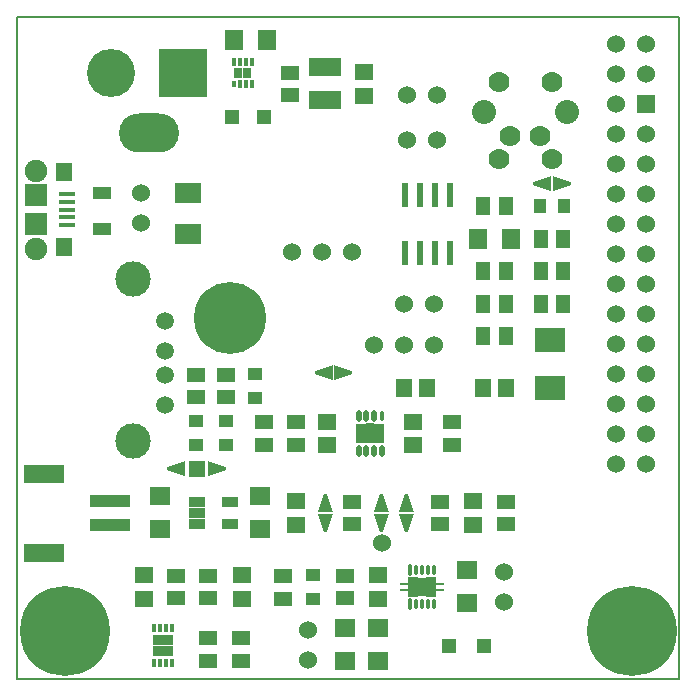
<source format=gts>
G04 (created by PCBNEW (2013-07-07 BZR 4022)-stable) date 08-Nov-13 3:33:42 PM*
%MOIN*%
G04 Gerber Fmt 3.4, Leading zero omitted, Abs format*
%FSLAX34Y34*%
G01*
G70*
G90*
G04 APERTURE LIST*
%ADD10C,0.00590551*%
%ADD11R,0.0610236X0.0531496*%
%ADD12R,0.0511811X0.0511811*%
%ADD13R,0.059X0.0512*%
%ADD14C,0.07*%
%ADD15C,0.08*%
%ADD16R,0.0533071X0.033622*%
%ADD17R,0.0531496X0.0610236*%
%ADD18R,0.0874016X0.0688976*%
%ADD19R,0.05X0.04*%
%ADD20R,0.0984252X0.0787402*%
%ADD21R,0.0629921X0.0393701*%
%ADD22R,0.1337X0.059*%
%ADD23R,0.1377X0.0392*%
%ADD24C,0.06*%
%ADD25C,0.16*%
%ADD26R,0.16X0.16*%
%ADD27O,0.2X0.13*%
%ADD28R,0.024X0.08*%
%ADD29R,0.0512X0.059*%
%ADD30R,0.054X0.016*%
%ADD31R,0.056X0.063*%
%ADD32R,0.075X0.075*%
%ADD33C,0.075*%
%ADD34O,0.0110236X0.0334646*%
%ADD35O,0.0165354X0.0389764*%
%ADD36R,0.03X0.0646457*%
%ADD37R,0.0323622X0.0323622*%
%ADD38R,0.0276378X0.0111024*%
%ADD39C,0.0591*%
%ADD40C,0.1181*%
%ADD41O,0.0137795X0.0334646*%
%ADD42O,0.0192913X0.0389764*%
%ADD43R,0.03X0.0650394*%
%ADD44R,0.0323622X0.0325591*%
%ADD45R,0.011811X0.0275591*%
%ADD46R,0.0322835X0.0346457*%
%ADD47C,0.3*%
%ADD48R,0.06X0.06*%
%ADD49C,0.24*%
%ADD50R,0.063X0.071*%
%ADD51R,0.106X0.063*%
%ADD52R,0.071X0.063*%
%ADD53R,0.04X0.05*%
%ADD54R,0.0551181X0.0551181*%
%ADD55R,0.011811X0.019685*%
%ADD56R,0.0173228X0.0251968*%
%ADD57R,0.0315748X0.0355118*%
G04 APERTURE END LIST*
G54D10*
X36122Y-29429D02*
X58169Y-29429D01*
X36122Y-7381D02*
X58169Y-7381D01*
X36122Y-29429D02*
X36122Y-7381D01*
X58169Y-7381D02*
X58169Y-29429D01*
G54D11*
X47677Y-9212D03*
X47677Y-10000D03*
X51299Y-24301D03*
X51299Y-23513D03*
X48129Y-25984D03*
X48129Y-26771D03*
G54D12*
X51673Y-28346D03*
X50492Y-28346D03*
G54D13*
X43070Y-19310D03*
X43070Y-20060D03*
X42086Y-20060D03*
X42086Y-19310D03*
X44330Y-20884D03*
X44330Y-21634D03*
X50216Y-23532D03*
X50216Y-24282D03*
X45196Y-9231D03*
X45196Y-9981D03*
X47047Y-26752D03*
X47047Y-26002D03*
X44980Y-26772D03*
X44980Y-26022D03*
X50590Y-21634D03*
X50590Y-20884D03*
X45393Y-21634D03*
X45393Y-20884D03*
X52401Y-24282D03*
X52401Y-23532D03*
X47263Y-24282D03*
X47263Y-23532D03*
X42480Y-26002D03*
X42480Y-26752D03*
G54D10*
G36*
X46427Y-24532D02*
X46327Y-24532D01*
X46127Y-23932D01*
X46627Y-23932D01*
X46427Y-24532D01*
X46427Y-24532D01*
G37*
G36*
X46627Y-23882D02*
X46127Y-23882D01*
X46327Y-23282D01*
X46427Y-23282D01*
X46627Y-23882D01*
X46627Y-23882D01*
G37*
G54D14*
X53926Y-9547D03*
X52176Y-9547D03*
G54D15*
X54426Y-10547D03*
X51676Y-10547D03*
G54D14*
X52176Y-12097D03*
X53926Y-12097D03*
X52551Y-11347D03*
X53551Y-11347D03*
G54D16*
X42096Y-23533D03*
X42096Y-24281D03*
X42096Y-23907D03*
X43198Y-24281D03*
X43198Y-23533D03*
G54D11*
X46456Y-21653D03*
X46456Y-20866D03*
X49291Y-21653D03*
X49291Y-20866D03*
X45393Y-23513D03*
X45393Y-24301D03*
G54D17*
X48996Y-19744D03*
X49783Y-19744D03*
G54D11*
X43622Y-25984D03*
X43622Y-26771D03*
X40344Y-25984D03*
X40344Y-26771D03*
G54D17*
X52421Y-19744D03*
X51633Y-19744D03*
G54D18*
X41801Y-14625D03*
X41801Y-13248D03*
G54D19*
X42086Y-21659D03*
X42086Y-20859D03*
X43070Y-20859D03*
X43070Y-21659D03*
X45964Y-26777D03*
X45964Y-25977D03*
X44055Y-19285D03*
X44055Y-20085D03*
G54D20*
X53887Y-19744D03*
X53887Y-18129D03*
G54D21*
X38956Y-13248D03*
X38956Y-14429D03*
G54D22*
X37017Y-22599D03*
G54D23*
X39202Y-23524D03*
X39202Y-24310D03*
G54D22*
X37017Y-25235D03*
G54D24*
X47996Y-18307D03*
X48996Y-18307D03*
X49996Y-18307D03*
X49106Y-9990D03*
X50106Y-9990D03*
X49996Y-16929D03*
X48996Y-16929D03*
X52342Y-26877D03*
X52342Y-25877D03*
X45807Y-27807D03*
X45807Y-28807D03*
X49106Y-11486D03*
X50106Y-11486D03*
G54D25*
X39242Y-9251D03*
G54D26*
X41642Y-9251D03*
G54D27*
X40492Y-11251D03*
G54D28*
X49053Y-13301D03*
X49053Y-15242D03*
X49553Y-13301D03*
X50053Y-13301D03*
X50553Y-13301D03*
X49553Y-15242D03*
X50053Y-15242D03*
X50553Y-15242D03*
G54D13*
X41417Y-26002D03*
X41417Y-26752D03*
X43562Y-28839D03*
X43562Y-28089D03*
X42480Y-28839D03*
X42480Y-28089D03*
G54D29*
X51652Y-18011D03*
X52402Y-18011D03*
X51652Y-16929D03*
X52402Y-16929D03*
X54312Y-15846D03*
X53562Y-15846D03*
X53562Y-16929D03*
X54312Y-16929D03*
X52402Y-15846D03*
X51652Y-15846D03*
G54D10*
G36*
X48217Y-23282D02*
X48317Y-23282D01*
X48517Y-23882D01*
X48017Y-23882D01*
X48217Y-23282D01*
X48217Y-23282D01*
G37*
G36*
X48017Y-23932D02*
X48517Y-23932D01*
X48317Y-24532D01*
X48217Y-24532D01*
X48017Y-23932D01*
X48017Y-23932D01*
G37*
G36*
X49044Y-23282D02*
X49144Y-23282D01*
X49344Y-23882D01*
X48844Y-23882D01*
X49044Y-23282D01*
X49044Y-23282D01*
G37*
G36*
X48844Y-23932D02*
X49344Y-23932D01*
X49144Y-24532D01*
X49044Y-24532D01*
X48844Y-23932D01*
X48844Y-23932D01*
G37*
G54D24*
X48267Y-24911D03*
G54D30*
X37775Y-13799D03*
X37775Y-14055D03*
X37775Y-14311D03*
X37775Y-13543D03*
X37775Y-13287D03*
G54D31*
X37675Y-12549D03*
X37675Y-15049D03*
G54D32*
X36725Y-13324D03*
X36725Y-14274D03*
G54D33*
X36725Y-12499D03*
X36725Y-15099D03*
G54D34*
X50000Y-25797D03*
X49803Y-25797D03*
X49606Y-25797D03*
X49409Y-25797D03*
G54D35*
X49212Y-25797D03*
X49212Y-26958D03*
G54D34*
X49409Y-26958D03*
X49606Y-26958D03*
X49803Y-26958D03*
X50000Y-26958D03*
G54D36*
X49606Y-26377D03*
G54D37*
X49299Y-26539D03*
X49299Y-26216D03*
X49913Y-26216D03*
X49913Y-26539D03*
G54D38*
X49000Y-26279D03*
X49000Y-26476D03*
X50212Y-26279D03*
X50212Y-26476D03*
G54D39*
X41023Y-20297D03*
X41023Y-19297D03*
X41023Y-18497D03*
X41023Y-17497D03*
G54D40*
X39973Y-21497D03*
X39973Y-16097D03*
G54D41*
X48257Y-20679D03*
G54D42*
X48001Y-20679D03*
X47746Y-20679D03*
X47490Y-20679D03*
X47490Y-21840D03*
X47746Y-21840D03*
X48000Y-21840D03*
X48257Y-21840D03*
G54D43*
X47874Y-21259D03*
G54D44*
X47566Y-21422D03*
X47566Y-21097D03*
X48181Y-21097D03*
X48181Y-21422D03*
G54D45*
X41279Y-27755D03*
X41082Y-27755D03*
X40885Y-27755D03*
X40688Y-27755D03*
X40688Y-28897D03*
X40885Y-28897D03*
X41082Y-28897D03*
X41279Y-28897D03*
G54D46*
X41145Y-28500D03*
X40822Y-28500D03*
X41145Y-28153D03*
X40822Y-28153D03*
G54D47*
X37696Y-27854D03*
X56594Y-27854D03*
G54D24*
X40226Y-13250D03*
X40226Y-14250D03*
X56084Y-8271D03*
X57084Y-8271D03*
X56084Y-9271D03*
X57084Y-9271D03*
X56084Y-10271D03*
G54D48*
X57084Y-10271D03*
G54D24*
X56084Y-11271D03*
X57084Y-11271D03*
X56084Y-12271D03*
X57084Y-12271D03*
X56084Y-13271D03*
X57084Y-13271D03*
X56084Y-14271D03*
X57084Y-14271D03*
X56084Y-15271D03*
X57084Y-15271D03*
X56084Y-16271D03*
X57084Y-16271D03*
X56084Y-17271D03*
X57084Y-17271D03*
X56084Y-18271D03*
X57084Y-18271D03*
X56084Y-19271D03*
X57084Y-19271D03*
X56084Y-20271D03*
X57084Y-20271D03*
G54D49*
X43208Y-17411D03*
G54D50*
X43337Y-8149D03*
X44437Y-8149D03*
G54D51*
X46377Y-10156D03*
X46377Y-9056D03*
G54D52*
X44222Y-24457D03*
X44222Y-23357D03*
X40875Y-23357D03*
X40875Y-24457D03*
X51102Y-26927D03*
X51102Y-25827D03*
X47047Y-27757D03*
X47047Y-28857D03*
G54D50*
X52577Y-14763D03*
X51477Y-14763D03*
G54D52*
X48149Y-27757D03*
X48149Y-28857D03*
G54D53*
X53537Y-13681D03*
X54337Y-13681D03*
G54D24*
X45289Y-15206D03*
X46289Y-15206D03*
X47289Y-15206D03*
G54D29*
X54312Y-14763D03*
X53562Y-14763D03*
X51652Y-13681D03*
X52402Y-13681D03*
G54D10*
G36*
X47288Y-19182D02*
X47288Y-19282D01*
X46688Y-19482D01*
X46688Y-18982D01*
X47288Y-19182D01*
X47288Y-19182D01*
G37*
G36*
X46638Y-18982D02*
X46638Y-19482D01*
X46038Y-19282D01*
X46038Y-19182D01*
X46638Y-18982D01*
X46638Y-18982D01*
G37*
G36*
X41121Y-22481D02*
X41121Y-22381D01*
X41721Y-22181D01*
X41721Y-22681D01*
X41121Y-22481D01*
X41121Y-22481D01*
G37*
G36*
X42471Y-22681D02*
X42471Y-22181D01*
X43071Y-22381D01*
X43071Y-22481D01*
X42471Y-22681D01*
X42471Y-22681D01*
G37*
G54D54*
X42096Y-22431D03*
G54D12*
X44340Y-10728D03*
X43277Y-10728D03*
G54D55*
X43336Y-9616D03*
G54D56*
X43533Y-9616D03*
X43730Y-9616D03*
X43927Y-9616D03*
X43927Y-8868D03*
X43730Y-8868D03*
X43533Y-8868D03*
X43336Y-8868D03*
G54D57*
X43474Y-9242D03*
X43789Y-9242D03*
G54D24*
X56084Y-21271D03*
X56084Y-22271D03*
X57084Y-21271D03*
X57084Y-22271D03*
G54D10*
G36*
X54562Y-12883D02*
X54562Y-12983D01*
X53962Y-13183D01*
X53962Y-12683D01*
X54562Y-12883D01*
X54562Y-12883D01*
G37*
G36*
X53912Y-12683D02*
X53912Y-13183D01*
X53312Y-12983D01*
X53312Y-12883D01*
X53912Y-12683D01*
X53912Y-12683D01*
G37*
M02*

</source>
